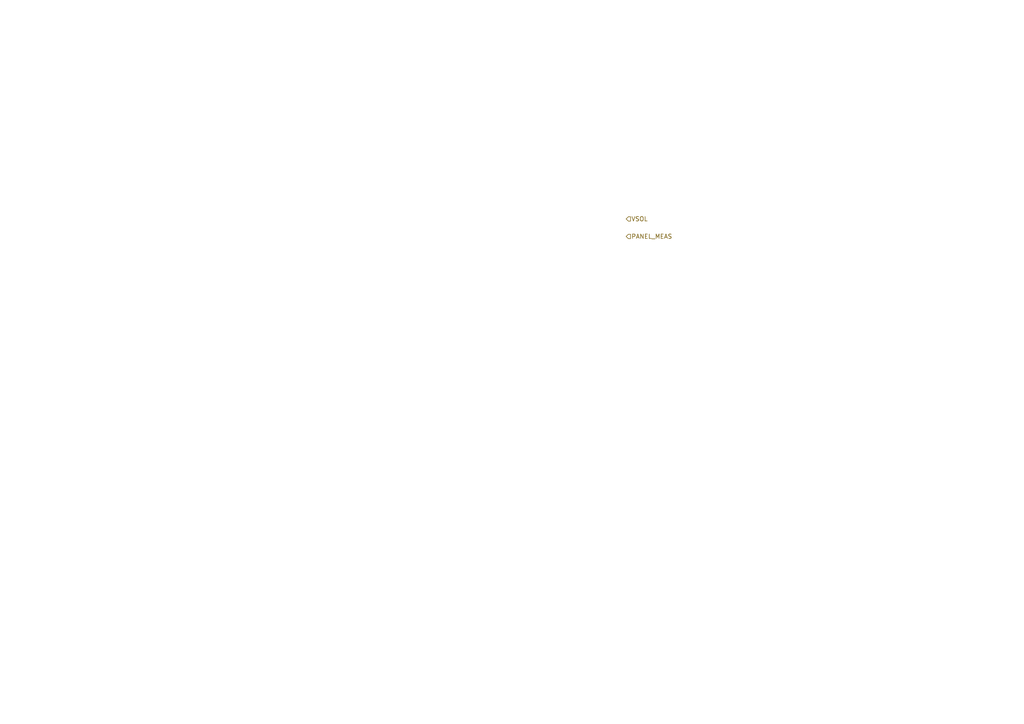
<source format=kicad_sch>
(kicad_sch (version 20230121) (generator eeschema)
  (paper "A4")
  (lib_symbols)
  (hierarchical_label "VSOL" (shape input) (at 181.61 63.5 0))
  (hierarchical_label "PANEL_MEAS" (shape input) (at 181.61 68.58 0))
)
</source>
